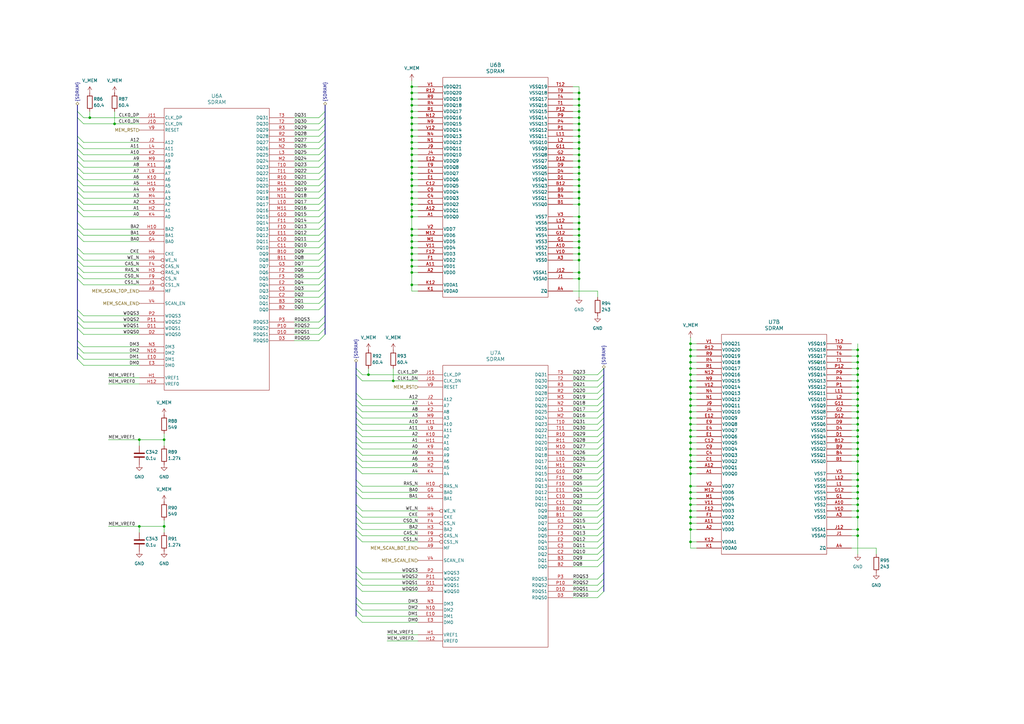
<source format=kicad_sch>
(kicad_sch (version 20250114) (generator "eeschema") (generator_version "9.0")
  (paper "A3")
  (junction (at 283.21 158.75))
  (junction (at 283.21 184.15))
  (junction (at 237.49 60.96))
  (junction (at 351.79 151.13))
  (junction (at 283.21 201.93))
  (junction (at 168.91 55.88))
  (junction (at 168.91 111.76))
  (junction (at 351.79 186.69))
  (junction (at 168.91 73.66))
  (junction (at 168.91 48.26))
  (junction (at 351.79 146.05))
  (junction (at 283.21 181.61))
  (junction (at 351.79 153.67))
  (junction (at 237.49 38.1))
  (junction (at 237.49 78.74))
  (junction (at 168.91 99.06))
  (junction (at 237.49 104.14))
  (junction (at 351.79 207.01))
  (junction (at 168.91 104.14))
  (junction (at 283.21 146.05))
  (junction (at 283.21 186.69))
  (junction (at 67.31 215.9))
  (junction (at 237.49 71.12))
  (junction (at 237.49 83.82))
  (junction (at 237.49 96.52))
  (junction (at 237.49 106.68))
  (junction (at 237.49 101.6))
  (junction (at 283.21 173.99))
  (junction (at 351.79 158.75))
  (junction (at 283.21 217.17))
  (junction (at 351.79 196.85))
  (junction (at 237.49 111.76))
  (junction (at 237.49 58.42))
  (junction (at 237.49 93.98))
  (junction (at 168.91 106.68))
  (junction (at 237.49 99.06))
  (junction (at 283.21 168.91))
  (junction (at 283.21 204.47))
  (junction (at 351.79 199.39))
  (junction (at 283.21 179.07))
  (junction (at 283.21 156.21))
  (junction (at 168.91 53.34))
  (junction (at 351.79 212.09))
  (junction (at 283.21 199.39))
  (junction (at 161.29 156.21))
  (junction (at 237.49 50.8))
  (junction (at 351.79 194.31))
  (junction (at 351.79 189.23))
  (junction (at 237.49 53.34))
  (junction (at 351.79 143.51))
  (junction (at 168.91 71.12))
  (junction (at 237.49 76.2))
  (junction (at 237.49 40.64))
  (junction (at 168.91 45.72))
  (junction (at 283.21 222.25))
  (junction (at 283.21 166.37))
  (junction (at 283.21 143.51))
  (junction (at 237.49 43.18))
  (junction (at 168.91 96.52))
  (junction (at 283.21 171.45))
  (junction (at 351.79 168.91))
  (junction (at 36.83 48.26))
  (junction (at 237.49 66.04))
  (junction (at 283.21 212.09))
  (junction (at 351.79 171.45))
  (junction (at 283.21 148.59))
  (junction (at 168.91 50.8))
  (junction (at 237.49 48.26))
  (junction (at 168.91 86.36))
  (junction (at 168.91 35.56))
  (junction (at 168.91 101.6))
  (junction (at 283.21 191.77))
  (junction (at 351.79 166.37))
  (junction (at 351.79 201.93))
  (junction (at 168.91 76.2))
  (junction (at 351.79 176.53))
  (junction (at 237.49 73.66))
  (junction (at 168.91 68.58))
  (junction (at 237.49 91.44))
  (junction (at 168.91 116.84))
  (junction (at 168.91 83.82))
  (junction (at 151.13 153.67))
  (junction (at 237.49 55.88))
  (junction (at 237.49 63.5))
  (junction (at 283.21 194.31))
  (junction (at 351.79 219.71))
  (junction (at 168.91 66.04))
  (junction (at 283.21 161.29))
  (junction (at 351.79 161.29))
  (junction (at 283.21 209.55))
  (junction (at 168.91 40.64))
  (junction (at 351.79 173.99))
  (junction (at 168.91 43.18))
  (junction (at 46.99 50.8))
  (junction (at 351.79 204.47))
  (junction (at 168.91 109.22))
  (junction (at 283.21 214.63))
  (junction (at 283.21 151.13))
  (junction (at 237.49 81.28))
  (junction (at 237.49 68.58))
  (junction (at 283.21 189.23))
  (junction (at 168.91 60.96))
  (junction (at 351.79 156.21))
  (junction (at 168.91 78.74))
  (junction (at 351.79 179.07))
  (junction (at 168.91 93.98))
  (junction (at 237.49 88.9))
  (junction (at 283.21 140.97))
  (junction (at 168.91 63.5))
  (junction (at 168.91 58.42))
  (junction (at 351.79 163.83))
  (junction (at 351.79 209.55))
  (junction (at 283.21 163.83))
  (junction (at 57.15 180.34))
  (junction (at 67.31 180.34))
  (junction (at 283.21 153.67))
  (junction (at 283.21 207.01))
  (junction (at 168.91 38.1))
  (junction (at 351.79 217.17))
  (junction (at 168.91 81.28))
  (junction (at 57.15 215.9))
  (junction (at 283.21 176.53))
  (junction (at 237.49 114.3))
  (junction (at 351.79 148.59))
  (junction (at 351.79 184.15))
  (junction (at 351.79 181.61))
  (junction (at 168.91 88.9))
  (junction (at 237.49 45.72))
  (bus_entry (at 146.05 176.53) (size 2.54 2.54))
  (bus_entry (at 247.65 191.77) (size -2.54 2.54))
  (bus_entry (at 31.75 83.82) (size 2.54 2.54))
  (bus_entry (at 146.05 250.19) (size 2.54 2.54))
  (bus_entry (at 146.05 217.17) (size 2.54 2.54))
  (bus_entry (at 31.75 76.2) (size 2.54 2.54))
  (bus_entry (at 247.65 151.13) (size -2.54 2.54))
  (bus_entry (at 133.35 76.2) (size -2.54 2.54))
  (bus_entry (at 247.65 153.67) (size -2.54 2.54))
  (bus_entry (at 31.75 63.5) (size 2.54 2.54))
  (bus_entry (at 247.65 186.69) (size -2.54 2.54))
  (bus_entry (at 146.05 214.63) (size 2.54 2.54))
  (bus_entry (at 133.35 124.46) (size -2.54 2.54))
  (bus_entry (at 133.35 119.38) (size -2.54 2.54))
  (bus_entry (at 247.65 189.23) (size -2.54 2.54))
  (bus_entry (at 247.65 173.99) (size -2.54 2.54))
  (bus_entry (at 247.65 242.57) (size -2.54 2.54))
  (bus_entry (at 133.35 48.26) (size -2.54 2.54))
  (bus_entry (at 31.75 58.42) (size 2.54 2.54))
  (bus_entry (at 247.65 166.37) (size -2.54 2.54))
  (bus_entry (at 247.65 207.01) (size -2.54 2.54))
  (bus_entry (at 247.65 204.47) (size -2.54 2.54))
  (bus_entry (at 247.65 179.07) (size -2.54 2.54))
  (bus_entry (at 31.75 101.6) (size 2.54 2.54))
  (bus_entry (at 31.75 93.98) (size 2.54 2.54))
  (bus_entry (at 31.75 144.78) (size 2.54 2.54))
  (bus_entry (at 247.65 194.31) (size -2.54 2.54))
  (bus_entry (at 146.05 252.73) (size 2.54 2.54))
  (bus_entry (at 133.35 114.3) (size -2.54 2.54))
  (bus_entry (at 133.35 134.62) (size -2.54 2.54))
  (bus_entry (at 31.75 68.58) (size 2.54 2.54))
  (bus_entry (at 146.05 207.01) (size 2.54 2.54))
  (bus_entry (at 146.05 153.67) (size 2.54 2.54))
  (bus_entry (at 146.05 196.85) (size 2.54 2.54))
  (bus_entry (at 146.05 219.71) (size 2.54 2.54))
  (bus_entry (at 146.05 186.69) (size 2.54 2.54))
  (bus_entry (at 31.75 96.52) (size 2.54 2.54))
  (bus_entry (at 133.35 109.22) (size -2.54 2.54))
  (bus_entry (at 247.65 199.39) (size -2.54 2.54))
  (bus_entry (at 133.35 71.12) (size -2.54 2.54))
  (bus_entry (at 31.75 134.62) (size 2.54 2.54))
  (bus_entry (at 133.35 99.06) (size -2.54 2.54))
  (bus_entry (at 247.65 161.29) (size -2.54 2.54))
  (bus_entry (at 133.35 137.16) (size -2.54 2.54))
  (bus_entry (at 133.35 73.66) (size -2.54 2.54))
  (bus_entry (at 133.35 96.52) (size -2.54 2.54))
  (bus_entry (at 133.35 50.8) (size -2.54 2.54))
  (bus_entry (at 31.75 73.66) (size 2.54 2.54))
  (bus_entry (at 146.05 209.55) (size 2.54 2.54))
  (bus_entry (at 146.05 173.99) (size 2.54 2.54))
  (bus_entry (at 133.35 116.84) (size -2.54 2.54))
  (bus_entry (at 247.65 217.17) (size -2.54 2.54))
  (bus_entry (at 133.35 78.74) (size -2.54 2.54))
  (bus_entry (at 133.35 101.6) (size -2.54 2.54))
  (bus_entry (at 31.75 114.3) (size 2.54 2.54))
  (bus_entry (at 31.75 45.72) (size 2.54 2.54))
  (bus_entry (at 247.65 176.53) (size -2.54 2.54))
  (bus_entry (at 146.05 237.49) (size 2.54 2.54))
  (bus_entry (at 247.65 219.71) (size -2.54 2.54))
  (bus_entry (at 31.75 71.12) (size 2.54 2.54))
  (bus_entry (at 133.35 86.36) (size -2.54 2.54))
  (bus_entry (at 31.75 55.88) (size 2.54 2.54))
  (bus_entry (at 31.75 106.68) (size 2.54 2.54))
  (bus_entry (at 133.35 53.34) (size -2.54 2.54))
  (bus_entry (at 247.65 214.63) (size -2.54 2.54))
  (bus_entry (at 247.65 158.75) (size -2.54 2.54))
  (bus_entry (at 31.75 81.28) (size 2.54 2.54))
  (bus_entry (at 133.35 88.9) (size -2.54 2.54))
  (bus_entry (at 146.05 232.41) (size 2.54 2.54))
  (bus_entry (at 247.65 234.95) (size -2.54 2.54))
  (bus_entry (at 247.65 196.85) (size -2.54 2.54))
  (bus_entry (at 133.35 132.08) (size -2.54 2.54))
  (bus_entry (at 247.65 224.79) (size -2.54 2.54))
  (bus_entry (at 247.65 229.87) (size -2.54 2.54))
  (bus_entry (at 133.35 45.72) (size -2.54 2.54))
  (bus_entry (at 146.05 161.29) (size 2.54 2.54))
  (bus_entry (at 133.35 60.96) (size -2.54 2.54))
  (bus_entry (at 146.05 171.45) (size 2.54 2.54))
  (bus_entry (at 247.65 227.33) (size -2.54 2.54))
  (bus_entry (at 31.75 132.08) (size 2.54 2.54))
  (bus_entry (at 31.75 142.24) (size 2.54 2.54))
  (bus_entry (at 133.35 93.98) (size -2.54 2.54))
  (bus_entry (at 146.05 247.65) (size 2.54 2.54))
  (bus_entry (at 247.65 212.09) (size -2.54 2.54))
  (bus_entry (at 31.75 86.36) (size 2.54 2.54))
  (bus_entry (at 133.35 81.28) (size -2.54 2.54))
  (bus_entry (at 247.65 171.45) (size -2.54 2.54))
  (bus_entry (at 146.05 240.03) (size 2.54 2.54))
  (bus_entry (at 146.05 189.23) (size 2.54 2.54))
  (bus_entry (at 146.05 212.09) (size 2.54 2.54))
  (bus_entry (at 31.75 104.14) (size 2.54 2.54))
  (bus_entry (at 31.75 78.74) (size 2.54 2.54))
  (bus_entry (at 133.35 104.14) (size -2.54 2.54))
  (bus_entry (at 133.35 129.54) (size -2.54 2.54))
  (bus_entry (at 146.05 168.91) (size 2.54 2.54))
  (bus_entry (at 31.75 147.32) (size 2.54 2.54))
  (bus_entry (at 247.65 209.55) (size -2.54 2.54))
  (bus_entry (at 31.75 66.04) (size 2.54 2.54))
  (bus_entry (at 146.05 179.07) (size 2.54 2.54))
  (bus_entry (at 133.35 111.76) (size -2.54 2.54))
  (bus_entry (at 31.75 111.76) (size 2.54 2.54))
  (bus_entry (at 247.65 163.83) (size -2.54 2.54))
  (bus_entry (at 146.05 181.61) (size 2.54 2.54))
  (bus_entry (at 133.35 66.04) (size -2.54 2.54))
  (bus_entry (at 31.75 139.7) (size 2.54 2.54))
  (bus_entry (at 247.65 156.21) (size -2.54 2.54))
  (bus_entry (at 146.05 163.83) (size 2.54 2.54))
  (bus_entry (at 133.35 83.82) (size -2.54 2.54))
  (bus_entry (at 31.75 109.22) (size 2.54 2.54))
  (bus_entry (at 133.35 68.58) (size -2.54 2.54))
  (bus_entry (at 133.35 55.88) (size -2.54 2.54))
  (bus_entry (at 146.05 201.93) (size 2.54 2.54))
  (bus_entry (at 31.75 129.54) (size 2.54 2.54))
  (bus_entry (at 133.35 121.92) (size -2.54 2.54))
  (bus_entry (at 146.05 245.11) (size 2.54 2.54))
  (bus_entry (at 31.75 91.44) (size 2.54 2.54))
  (bus_entry (at 247.65 181.61) (size -2.54 2.54))
  (bus_entry (at 247.65 237.49) (size -2.54 2.54))
  (bus_entry (at 31.75 127) (size 2.54 2.54))
  (bus_entry (at 247.65 168.91) (size -2.54 2.54))
  (bus_entry (at 146.05 191.77) (size 2.54 2.54))
  (bus_entry (at 133.35 91.44) (size -2.54 2.54))
  (bus_entry (at 247.65 184.15) (size -2.54 2.54))
  (bus_entry (at 247.65 201.93) (size -2.54 2.54))
  (bus_entry (at 146.05 234.95) (size 2.54 2.54))
  (bus_entry (at 146.05 199.39) (size 2.54 2.54))
  (bus_entry (at 146.05 184.15) (size 2.54 2.54))
  (bus_entry (at 146.05 166.37) (size 2.54 2.54))
  (bus_entry (at 247.65 222.25) (size -2.54 2.54))
  (bus_entry (at 146.05 151.13) (size 2.54 2.54))
  (bus_entry (at 247.65 240.03) (size -2.54 2.54))
  (bus_entry (at 133.35 106.68) (size -2.54 2.54))
  (bus_entry (at 31.75 60.96) (size 2.54 2.54))
  (bus_entry (at 31.75 48.26) (size 2.54 2.54))
  (bus_entry (at 133.35 63.5) (size -2.54 2.54))
  (bus_entry (at 133.35 58.42) (size -2.54 2.54))
  (wire (pts (xy 237.49 106.68) (xy 234.95 106.68)))
  (wire (pts (xy 57.15 104.14) (xy 34.29 104.14)))
  (wire (pts (xy 67.31 177.8) (xy 67.31 180.34)))
  (bus (pts (xy 247.65 163.83) (xy 247.65 166.37)))
  (wire (pts (xy 237.49 91.44) (xy 234.95 91.44)))
  (bus (pts (xy 133.35 106.68) (xy 133.35 109.22)))
  (wire (pts (xy 34.29 50.8) (xy 46.99 50.8)))
  (wire (pts (xy 237.49 104.14) (xy 237.49 101.6)))
  (wire (pts (xy 283.21 186.69) (xy 285.75 186.69)))
  (wire (pts (xy 351.79 146.05) (xy 351.79 148.59)))
  (wire (pts (xy 168.91 63.5) (xy 168.91 66.04)))
  (wire (pts (xy 237.49 48.26) (xy 234.95 48.26)))
  (bus (pts (xy 31.75 66.04) (xy 31.75 68.58)))
  (wire (pts (xy 168.91 73.66) (xy 171.45 73.66)))
  (bus (pts (xy 146.05 234.95) (xy 146.05 237.49)))
  (wire (pts (xy 351.79 140.97) (xy 351.79 143.51)))
  (wire (pts (xy 130.81 93.98) (xy 120.65 93.98)))
  (wire (pts (xy 130.81 121.92) (xy 120.65 121.92)))
  (wire (pts (xy 283.21 148.59) (xy 285.75 148.59)))
  (wire (pts (xy 283.21 199.39) (xy 285.75 199.39)))
  (wire (pts (xy 349.25 163.83) (xy 351.79 163.83)))
  (wire (pts (xy 283.21 156.21) (xy 285.75 156.21)))
  (bus (pts (xy 31.75 139.7) (xy 31.75 142.24)))
  (wire (pts (xy 351.79 189.23) (xy 351.79 194.31)))
  (wire (pts (xy 351.79 212.09) (xy 349.25 212.09)))
  (wire (pts (xy 283.21 199.39) (xy 283.21 194.31)))
  (wire (pts (xy 237.49 78.74) (xy 237.49 76.2)))
  (wire (pts (xy 130.81 114.3) (xy 120.65 114.3)))
  (wire (pts (xy 57.15 60.96) (xy 34.29 60.96)))
  (wire (pts (xy 130.81 124.46) (xy 120.65 124.46)))
  (wire (pts (xy 351.79 181.61) (xy 349.25 181.61)))
  (wire (pts (xy 237.49 53.34) (xy 237.49 55.88)))
  (wire (pts (xy 130.81 99.06) (xy 120.65 99.06)))
  (bus (pts (xy 133.35 58.42) (xy 133.35 60.96)))
  (wire (pts (xy 168.91 104.14) (xy 168.91 101.6)))
  (wire (pts (xy 36.83 45.72) (xy 36.83 48.26)))
  (wire (pts (xy 351.79 201.93) (xy 351.79 199.39)))
  (wire (pts (xy 168.91 71.12) (xy 171.45 71.12)))
  (wire (pts (xy 57.15 73.66) (xy 34.29 73.66)))
  (wire (pts (xy 237.49 101.6) (xy 234.95 101.6)))
  (wire (pts (xy 237.49 38.1) (xy 234.95 38.1)))
  (wire (pts (xy 237.49 43.18) (xy 237.49 45.72)))
  (wire (pts (xy 171.45 201.93) (xy 148.59 201.93)))
  (bus (pts (xy 133.35 50.8) (xy 133.35 53.34)))
  (wire (pts (xy 237.49 106.68) (xy 237.49 111.76)))
  (wire (pts (xy 283.21 173.99) (xy 283.21 176.53)))
  (wire (pts (xy 171.45 194.31) (xy 148.59 194.31)))
  (wire (pts (xy 245.11 224.79) (xy 234.95 224.79)))
  (wire (pts (xy 168.91 109.22) (xy 171.45 109.22)))
  (wire (pts (xy 168.91 101.6) (xy 171.45 101.6)))
  (wire (pts (xy 245.11 189.23) (xy 234.95 189.23)))
  (wire (pts (xy 168.91 43.18) (xy 171.45 43.18)))
  (bus (pts (xy 146.05 217.17) (xy 146.05 219.71)))
  (wire (pts (xy 237.49 63.5) (xy 234.95 63.5)))
  (wire (pts (xy 57.15 78.74) (xy 34.29 78.74)))
  (bus (pts (xy 146.05 245.11) (xy 146.05 247.65)))
  (wire (pts (xy 245.11 222.25) (xy 234.95 222.25)))
  (wire (pts (xy 130.81 106.68) (xy 120.65 106.68)))
  (wire (pts (xy 283.21 176.53) (xy 283.21 179.07)))
  (wire (pts (xy 283.21 166.37) (xy 285.75 166.37)))
  (wire (pts (xy 351.79 199.39) (xy 349.25 199.39)))
  (wire (pts (xy 351.79 161.29) (xy 349.25 161.29)))
  (wire (pts (xy 168.91 60.96) (xy 171.45 60.96)))
  (bus (pts (xy 146.05 189.23) (xy 146.05 191.77)))
  (wire (pts (xy 351.79 156.21) (xy 351.79 158.75)))
  (wire (pts (xy 283.21 138.43) (xy 283.21 140.97)))
  (wire (pts (xy 283.21 171.45) (xy 283.21 173.99)))
  (wire (pts (xy 130.81 71.12) (xy 120.65 71.12)))
  (wire (pts (xy 57.15 93.98) (xy 34.29 93.98)))
  (bus (pts (xy 133.35 132.08) (xy 133.35 134.62)))
  (wire (pts (xy 245.11 196.85) (xy 234.95 196.85)))
  (wire (pts (xy 234.95 119.38) (xy 245.11 119.38)))
  (wire (pts (xy 351.79 173.99) (xy 349.25 173.99)))
  (wire (pts (xy 351.79 176.53) (xy 351.79 173.99)))
  (wire (pts (xy 171.45 191.77) (xy 148.59 191.77)))
  (bus (pts (xy 31.75 101.6) (xy 31.75 104.14)))
  (wire (pts (xy 351.79 179.07) (xy 351.79 176.53)))
  (wire (pts (xy 234.95 60.96) (xy 237.49 60.96)))
  (bus (pts (xy 133.35 71.12) (xy 133.35 73.66)))
  (wire (pts (xy 351.79 171.45) (xy 349.25 171.45)))
  (wire (pts (xy 351.79 196.85) (xy 349.25 196.85)))
  (bus (pts (xy 247.65 158.75) (xy 247.65 161.29)))
  (wire (pts (xy 351.79 151.13) (xy 349.25 151.13)))
  (wire (pts (xy 245.11 229.87) (xy 234.95 229.87)))
  (wire (pts (xy 168.91 58.42) (xy 171.45 58.42)))
  (wire (pts (xy 171.45 166.37) (xy 148.59 166.37)))
  (wire (pts (xy 57.15 109.22) (xy 34.29 109.22)))
  (bus (pts (xy 133.35 45.72) (xy 133.35 48.26)))
  (wire (pts (xy 57.15 76.2) (xy 34.29 76.2)))
  (wire (pts (xy 283.21 163.83) (xy 285.75 163.83)))
  (wire (pts (xy 168.91 58.42) (xy 168.91 60.96)))
  (wire (pts (xy 283.21 209.55) (xy 285.75 209.55)))
  (wire (pts (xy 57.15 147.32) (xy 34.29 147.32)))
  (bus (pts (xy 31.75 71.12) (xy 31.75 73.66)))
  (wire (pts (xy 130.81 55.88) (xy 120.65 55.88)))
  (bus (pts (xy 133.35 109.22) (xy 133.35 111.76)))
  (bus (pts (xy 133.35 53.34) (xy 133.35 55.88)))
  (bus (pts (xy 247.65 227.33) (xy 247.65 229.87)))
  (bus (pts (xy 247.65 214.63) (xy 247.65 217.17)))
  (wire (pts (xy 168.91 78.74) (xy 171.45 78.74)))
  (wire (pts (xy 283.21 209.55) (xy 283.21 207.01)))
  (wire (pts (xy 130.81 116.84) (xy 120.65 116.84)))
  (wire (pts (xy 171.45 163.83) (xy 148.59 163.83)))
  (bus (pts (xy 133.35 88.9) (xy 133.35 91.44)))
  (wire (pts (xy 237.49 81.28) (xy 237.49 78.74)))
  (wire (pts (xy 57.15 132.08) (xy 34.29 132.08)))
  (wire (pts (xy 46.99 50.8) (xy 57.15 50.8)))
  (wire (pts (xy 237.49 71.12) (xy 237.49 68.58)))
  (wire (pts (xy 283.21 214.63) (xy 283.21 212.09)))
  (wire (pts (xy 161.29 156.21) (xy 171.45 156.21)))
  (wire (pts (xy 158.75 260.35) (xy 171.45 260.35)))
  (wire (pts (xy 245.11 209.55) (xy 234.95 209.55)))
  (wire (pts (xy 168.91 66.04) (xy 171.45 66.04)))
  (wire (pts (xy 44.45 157.48) (xy 57.15 157.48)))
  (bus (pts (xy 247.65 176.53) (xy 247.65 179.07)))
  (wire (pts (xy 283.21 207.01) (xy 283.21 204.47)))
  (wire (pts (xy 57.15 83.82) (xy 34.29 83.82)))
  (bus (pts (xy 146.05 250.19) (xy 146.05 252.73)))
  (wire (pts (xy 237.49 99.06) (xy 237.49 96.52)))
  (wire (pts (xy 245.11 184.15) (xy 234.95 184.15)))
  (bus (pts (xy 247.65 179.07) (xy 247.65 181.61)))
  (bus (pts (xy 247.65 171.45) (xy 247.65 173.99)))
  (bus (pts (xy 133.35 134.62) (xy 133.35 137.16)))
  (wire (pts (xy 130.81 119.38) (xy 120.65 119.38)))
  (wire (pts (xy 351.79 176.53) (xy 349.25 176.53)))
  (wire (pts (xy 57.15 134.62) (xy 34.29 134.62)))
  (bus (pts (xy 247.65 156.21) (xy 247.65 158.75)))
  (bus (pts (xy 146.05 219.71) (xy 146.05 232.41)))
  (wire (pts (xy 57.15 58.42) (xy 34.29 58.42)))
  (wire (pts (xy 237.49 114.3) (xy 234.95 114.3)))
  (wire (pts (xy 283.21 158.75) (xy 285.75 158.75)))
  (bus (pts (xy 133.35 93.98) (xy 133.35 96.52)))
  (wire (pts (xy 245.11 161.29) (xy 234.95 161.29)))
  (wire (pts (xy 57.15 149.86) (xy 34.29 149.86)))
  (wire (pts (xy 351.79 146.05) (xy 349.25 146.05)))
  (wire (pts (xy 351.79 153.67) (xy 349.25 153.67)))
  (wire (pts (xy 148.59 156.21) (xy 161.29 156.21)))
  (bus (pts (xy 247.65 173.99) (xy 247.65 176.53)))
  (wire (pts (xy 351.79 186.69) (xy 349.25 186.69)))
  (bus (pts (xy 247.65 181.61) (xy 247.65 184.15)))
  (wire (pts (xy 171.45 212.09) (xy 148.59 212.09)))
  (wire (pts (xy 283.21 173.99) (xy 285.75 173.99)))
  (bus (pts (xy 247.65 194.31) (xy 247.65 196.85)))
  (wire (pts (xy 245.11 240.03) (xy 234.95 240.03)))
  (wire (pts (xy 283.21 158.75) (xy 283.21 161.29)))
  (wire (pts (xy 168.91 73.66) (xy 168.91 76.2)))
  (wire (pts (xy 168.91 106.68) (xy 168.91 104.14)))
  (wire (pts (xy 237.49 104.14) (xy 234.95 104.14)))
  (wire (pts (xy 237.49 45.72) (xy 237.49 48.26)))
  (bus (pts (xy 247.65 229.87) (xy 247.65 234.95)))
  (wire (pts (xy 351.79 171.45) (xy 351.79 168.91)))
  (bus (pts (xy 247.65 186.69) (xy 247.65 189.23)))
  (wire (pts (xy 171.45 247.65) (xy 148.59 247.65)))
  (wire (pts (xy 245.11 242.57) (xy 234.95 242.57)))
  (wire (pts (xy 283.21 179.07) (xy 283.21 181.61)))
  (bus (pts (xy 247.65 199.39) (xy 247.65 201.93)))
  (wire (pts (xy 151.13 151.13) (xy 151.13 153.67)))
  (wire (pts (xy 171.45 234.95) (xy 148.59 234.95)))
  (wire (pts (xy 237.49 114.3) (xy 237.49 111.76)))
  (wire (pts (xy 245.11 199.39) (xy 234.95 199.39)))
  (bus (pts (xy 146.05 214.63) (xy 146.05 217.17)))
  (wire (pts (xy 171.45 184.15) (xy 148.59 184.15)))
  (wire (pts (xy 130.81 91.44) (xy 120.65 91.44)))
  (wire (pts (xy 245.11 217.17) (xy 234.95 217.17)))
  (wire (pts (xy 351.79 196.85) (xy 351.79 194.31)))
  (wire (pts (xy 237.49 88.9) (xy 234.95 88.9)))
  (wire (pts (xy 237.49 78.74) (xy 234.95 78.74)))
  (wire (pts (xy 283.21 146.05) (xy 285.75 146.05)))
  (wire (pts (xy 237.49 66.04) (xy 237.49 63.5)))
  (wire (pts (xy 351.79 148.59) (xy 351.79 151.13)))
  (wire (pts (xy 171.45 186.69) (xy 148.59 186.69)))
  (wire (pts (xy 130.81 86.36) (xy 120.65 86.36)))
  (wire (pts (xy 130.81 60.96) (xy 120.65 60.96)))
  (wire (pts (xy 57.15 88.9) (xy 34.29 88.9)))
  (wire (pts (xy 57.15 48.26) (xy 36.83 48.26)))
  (wire (pts (xy 237.49 114.3) (xy 237.49 121.92)))
  (bus (pts (xy 31.75 55.88) (xy 31.75 58.42)))
  (wire (pts (xy 283.21 163.83) (xy 283.21 166.37)))
  (wire (pts (xy 245.11 168.91) (xy 234.95 168.91)))
  (wire (pts (xy 237.49 48.26) (xy 237.49 50.8)))
  (wire (pts (xy 168.91 99.06) (xy 171.45 99.06)))
  (wire (pts (xy 237.49 96.52) (xy 237.49 93.98)))
  (wire (pts (xy 168.91 35.56) (xy 171.45 35.56)))
  (wire (pts (xy 171.45 173.99) (xy 148.59 173.99)))
  (wire (pts (xy 171.45 219.71) (xy 148.59 219.71)))
  (bus (pts (xy 133.35 124.46) (xy 133.35 129.54)))
  (wire (pts (xy 57.15 106.68) (xy 34.29 106.68)))
  (wire (pts (xy 130.81 109.22) (xy 120.65 109.22)))
  (wire (pts (xy 351.79 184.15) (xy 351.79 181.61)))
  (bus (pts (xy 31.75 129.54) (xy 31.75 132.08)))
  (wire (pts (xy 130.81 96.52) (xy 120.65 96.52)))
  (bus (pts (xy 133.35 129.54) (xy 133.35 132.08)))
  (wire (pts (xy 351.79 156.21) (xy 349.25 156.21)))
  (bus (pts (xy 146.05 207.01) (xy 146.05 209.55)))
  (wire (pts (xy 283.21 140.97) (xy 283.21 143.51)))
  (wire (pts (xy 130.81 104.14) (xy 120.65 104.14)))
  (bus (pts (xy 247.65 219.71) (xy 247.65 222.25)))
  (bus (pts (xy 146.05 191.77) (xy 146.05 196.85)))
  (wire (pts (xy 168.91 76.2) (xy 171.45 76.2)))
  (wire (pts (xy 67.31 180.34) (xy 57.15 180.34)))
  (wire (pts (xy 57.15 111.76) (xy 34.29 111.76)))
  (wire (pts (xy 168.91 119.38) (xy 168.91 116.84)))
  (wire (pts (xy 237.49 50.8) (xy 237.49 53.34)))
  (wire (pts (xy 168.91 109.22) (xy 168.91 106.68)))
  (wire (pts (xy 44.45 215.9) (xy 57.15 215.9)))
  (bus (pts (xy 31.75 78.74) (xy 31.75 81.28)))
  (bus (pts (xy 146.05 166.37) (xy 146.05 168.91)))
  (wire (pts (xy 359.41 224.79) (xy 359.41 227.33)))
  (bus (pts (xy 247.65 151.13) (xy 247.65 153.67)))
  (wire (pts (xy 168.91 55.88) (xy 171.45 55.88)))
  (wire (pts (xy 168.91 50.8) (xy 168.91 53.34)))
  (bus (pts (xy 133.35 68.58) (xy 133.35 71.12)))
  (wire (pts (xy 168.91 63.5) (xy 171.45 63.5)))
  (bus (pts (xy 146.05 171.45) (xy 146.05 173.99)))
  (wire (pts (xy 283.21 168.91) (xy 283.21 171.45)))
  (bus (pts (xy 146.05 240.03) (xy 146.05 245.11)))
  (wire (pts (xy 237.49 93.98) (xy 237.49 91.44)))
  (wire (pts (xy 237.49 68.58) (xy 237.49 66.04)))
  (bus (pts (xy 31.75 73.66) (xy 31.75 76.2)))
  (wire (pts (xy 168.91 53.34) (xy 171.45 53.34)))
  (wire (pts (xy 283.21 217.17) (xy 283.21 214.63)))
  (wire (pts (xy 57.15 68.58) (xy 34.29 68.58)))
  (wire (pts (xy 130.81 63.5) (xy 120.65 63.5)))
  (wire (pts (xy 245.11 181.61) (xy 234.95 181.61)))
  (wire (pts (xy 285.75 194.31) (xy 283.21 194.31)))
  (wire (pts (xy 237.49 40.64) (xy 237.49 43.18)))
  (wire (pts (xy 351.79 168.91) (xy 349.25 168.91)))
  (wire (pts (xy 283.21 201.93) (xy 283.21 199.39)))
  (wire (pts (xy 351.79 207.01) (xy 349.25 207.01)))
  (bus (pts (xy 146.05 237.49) (xy 146.05 240.03)))
  (bus (pts (xy 133.35 91.44) (xy 133.35 93.98)))
  (wire (pts (xy 237.49 71.12) (xy 234.95 71.12)))
  (wire (pts (xy 351.79 143.51) (xy 351.79 146.05)))
  (bus (pts (xy 31.75 91.44) (xy 31.75 93.98)))
  (wire (pts (xy 237.49 83.82) (xy 237.49 81.28)))
  (bus (pts (xy 133.35 63.5) (xy 133.35 66.04)))
  (wire (pts (xy 351.79 204.47) (xy 349.25 204.47)))
  (bus (pts (xy 133.35 66.04) (xy 133.35 68.58)))
  (wire (pts (xy 130.81 139.7) (xy 120.65 139.7)))
  (wire (pts (xy 168.91 33.02) (xy 168.91 35.56)))
  (wire (pts (xy 283.21 222.25) (xy 283.21 217.17)))
  (wire (pts (xy 168.91 86.36) (xy 168.91 88.9)))
  (wire (pts (xy 245.11 219.71) (xy 234.95 219.71)))
  (bus (pts (xy 133.35 60.96) (xy 133.35 63.5)))
  (bus (pts (xy 31.75 86.36) (xy 31.75 91.44)))
  (wire (pts (xy 351.79 184.15) (xy 349.25 184.15)))
  (wire (pts (xy 44.45 154.94) (xy 57.15 154.94)))
  (wire (pts (xy 336.55 148.59) (xy 334.01 148.59)))
  (bus (pts (xy 31.75 127) (xy 31.75 129.54)))
  (wire (pts (xy 57.15 66.04) (xy 34.29 66.04)))
  (wire (pts (xy 351.79 153.67) (xy 351.79 156.21)))
  (bus (pts (xy 146.05 201.93) (xy 146.05 207.01)))
  (wire (pts (xy 130.81 132.08) (xy 120.65 132.08)))
  (bus (pts (xy 146.05 181.61) (xy 146.05 184.15)))
  (wire (pts (xy 283.21 186.69) (xy 283.21 189.23)))
  (wire (pts (xy 130.81 134.62) (xy 120.65 134.62)))
  (wire (pts (xy 351.79 219.71) (xy 349.25 219.71)))
  (wire (pts (xy 283.21 143.51) (xy 283.21 146.05)))
  (wire (pts (xy 237.49 43.18) (xy 234.95 43.18)))
  (wire (pts (xy 171.45 181.61) (xy 148.59 181.61)))
  (bus (pts (xy 146.05 148.59) (xy 146.05 151.13)))
  (wire (pts (xy 46.99 45.72) (xy 46.99 50.8)))
  (wire (pts (xy 245.11 214.63) (xy 234.95 214.63)))
  (wire (pts (xy 283.21 214.63) (xy 285.75 214.63)))
  (wire (pts (xy 283.21 184.15) (xy 283.21 186.69)))
  (wire (pts (xy 57.15 114.3) (xy 34.29 114.3)))
  (wire (pts (xy 351.79 173.99) (xy 351.79 171.45)))
  (wire (pts (xy 283.21 181.61) (xy 285.75 181.61)))
  (wire (pts (xy 245.11 156.21) (xy 234.95 156.21)))
  (bus (pts (xy 31.75 48.26) (xy 31.75 55.88)))
  (wire (pts (xy 67.31 218.44) (xy 67.31 215.9)))
  (wire (pts (xy 67.31 213.36) (xy 67.31 215.9)))
  (wire (pts (xy 171.45 171.45) (xy 148.59 171.45)))
  (bus (pts (xy 133.35 121.92) (xy 133.35 124.46)))
  (wire (pts (xy 237.49 73.66) (xy 237.49 71.12)))
  (wire (pts (xy 57.15 81.28) (xy 34.29 81.28)))
  (bus (pts (xy 247.65 237.49) (xy 247.65 240.03)))
  (bus (pts (xy 133.35 96.52) (xy 133.35 99.06)))
  (bus (pts (xy 146.05 232.41) (xy 146.05 234.95)))
  (wire (pts (xy 245.11 204.47) (xy 234.95 204.47)))
  (wire (pts (xy 168.91 45.72) (xy 168.91 48.26)))
  (wire (pts (xy 171.45 88.9) (xy 168.91 88.9)))
  (wire (pts (xy 171.45 179.07) (xy 148.59 179.07)))
  (bus (pts (xy 247.65 207.01) (xy 247.65 209.55)))
  (wire (pts (xy 168.91 50.8) (xy 171.45 50.8)))
  (wire (pts (xy 351.79 219.71) (xy 351.79 227.33)))
  (bus (pts (xy 146.05 209.55) (xy 146.05 212.09)))
  (bus (pts (xy 247.65 224.79) (xy 247.65 227.33)))
  (wire (pts (xy 57.15 116.84) (xy 34.29 116.84)))
  (wire (pts (xy 283.21 166.37) (xy 283.21 168.91)))
  (wire (pts (xy 171.45 217.17) (xy 148.59 217.17)))
  (bus (pts (xy 133.35 83.82) (xy 133.35 86.36)))
  (bus (pts (xy 146.05 173.99) (xy 146.05 176.53)))
  (wire (pts (xy 283.21 217.17) (xy 285.75 217.17)))
  (wire (pts (xy 168.91 40.64) (xy 168.91 43.18)))
  (wire (pts (xy 351.79 204.47) (xy 351.79 201.93)))
  (wire (pts (xy 351.79 199.39) (xy 351.79 196.85)))
  (bus (pts (xy 146.05 163.83) (xy 146.05 166.37)))
  (wire (pts (xy 283.21 176.53) (xy 285.75 176.53)))
  (wire (pts (xy 168.91 81.28) (xy 171.45 81.28)))
  (wire (pts (xy 283.21 156.21) (xy 283.21 158.75)))
  (wire (pts (xy 130.81 81.28) (xy 120.65 81.28)))
  (wire (pts (xy 245.11 166.37) (xy 234.95 166.37)))
  (bus (pts (xy 146.05 153.67) (xy 146.05 151.13)))
  (wire (pts (xy 245.11 207.01) (xy 234.95 207.01)))
  (bus (pts (xy 247.65 153.67) (xy 247.65 156.21)))
  (bus (pts (xy 247.65 204.47) (xy 247.65 207.01)))
  (wire (pts (xy 57.15 215.9) (xy 57.15 218.44)))
  (wire (pts (xy 283.21 140.97) (xy 285.75 140.97)))
  (wire (pts (xy 237.49 83.82) (xy 237.49 88.9)))
  (bus (pts (xy 247.65 222.25) (xy 247.65 224.79)))
  (wire (pts (xy 130.81 127) (xy 120.65 127)))
  (wire (pts (xy 237.49 53.34) (xy 234.95 53.34)))
  (bus (pts (xy 31.75 58.42) (xy 31.75 60.96)))
  (bus (pts (xy 133.35 76.2) (xy 133.35 78.74)))
  (wire (pts (xy 245.11 232.41) (xy 234.95 232.41)))
  (wire (pts (xy 283.21 168.91) (xy 285.75 168.91)))
  (wire (pts (xy 237.49 66.04) (xy 234.95 66.04)))
  (wire (pts (xy 168.91 53.34) (xy 168.91 55.88)))
  (wire (pts (xy 171.45 176.53) (xy 148.59 176.53)))
  (wire (pts (xy 245.11 212.09) (xy 234.95 212.09)))
  (bus (pts (xy 146.05 247.65) (xy 146.05 250.19)))
  (bus (pts (xy 146.05 199.39) (xy 146.05 201.93)))
  (bus (pts (xy 146.05 153.67) (xy 146.05 161.29)))
  (bus (pts (xy 133.35 78.74) (xy 133.35 81.28)))
  (wire (pts (xy 67.31 182.88) (xy 67.31 180.34)))
  (bus (pts (xy 247.65 212.09) (xy 247.65 214.63)))
  (wire (pts (xy 237.49 99.06) (xy 234.95 99.06)))
  (bus (pts (xy 31.75 134.62) (xy 31.75 139.7)))
  (wire (pts (xy 351.79 168.91) (xy 351.79 166.37)))
  (bus (pts (xy 133.35 73.66) (xy 133.35 76.2)))
  (wire (pts (xy 351.79 209.55) (xy 349.25 209.55)))
  (bus (pts (xy 31.75 43.18) (xy 31.75 45.72)))
  (wire (pts (xy 237.49 73.66) (xy 234.95 73.66)))
  (bus (pts (xy 31.75 76.2) (xy 31.75 78.74)))
  (wire (pts (xy 168.91 96.52) (xy 168.91 93.98)))
  (wire (pts (xy 171.45 255.27) (xy 148.59 255.27)))
  (wire (pts (xy 168.91 111.76) (xy 171.45 111.76)))
  (wire (pts (xy 168.91 111.76) (xy 168.91 109.22)))
  (wire (pts (xy 237.49 58.42) (xy 237.49 60.96)))
  (bus (pts (xy 31.75 83.82) (xy 31.75 86.36)))
  (wire (pts (xy 283.21 207.01) (xy 285.75 207.01)))
  (wire (pts (xy 237.49 50.8) (xy 234.95 50.8)))
  (bus (pts (xy 146.05 161.29) (xy 146.05 163.83)))
  (wire (pts (xy 130.81 137.16) (xy 120.65 137.16)))
  (wire (pts (xy 237.49 91.44) (xy 237.49 88.9)))
  (bus (pts (xy 31.75 48.26) (xy 31.75 45.72)))
  (wire (pts (xy 351.79 186.69) (xy 351.79 184.15)))
  (wire (pts (xy 349.25 224.79) (xy 359.41 224.79)))
  (wire (pts (xy 168.91 83.82) (xy 171.45 83.82)))
  (wire (pts (xy 168.91 101.6) (xy 168.91 99.06)))
  (wire (pts (xy 351.79 217.17) (xy 349.25 217.17)))
  (wire (pts (xy 283.21 212.09) (xy 283.21 209.55)))
  (bus (pts (xy 146.05 196.85) (xy 146.05 199.39)))
  (bus (pts (xy 247.65 189.23) (xy 247.65 191.77)))
  (wire (pts (xy 351.79 194.31) (xy 349.25 194.31)))
  (wire (pts (xy 36.83 48.26) (xy 34.29 48.26)))
  (wire (pts (xy 285.75 224.79) (xy 283.21 224.79)))
  (wire (pts (xy 283.21 161.29) (xy 285.75 161.29)))
  (wire (pts (xy 351.79 201.93) (xy 349.25 201.93)))
  (bus (pts (xy 146.05 168.91) (xy 146.05 171.45)))
  (wire (pts (xy 168.91 104.14) (xy 171.45 104.14)))
  (wire (pts (xy 171.45 189.23) (xy 148.59 189.23)))
  (wire (pts (xy 130.81 48.26) (xy 120.65 48.26)))
  (wire (pts (xy 245.11 201.93) (xy 234.95 201.93)))
  (wire (pts (xy 130.81 101.6) (xy 120.65 101.6)))
  (bus (pts (xy 31.75 114.3) (xy 31.75 127)))
  (bus (pts (xy 247.65 166.37) (xy 247.65 168.91)))
  (bus (pts (xy 133.35 114.3) (xy 133.35 116.84)))
  (wire (pts (xy 130.81 83.82) (xy 120.65 83.82)))
  (wire (pts (xy 130.81 73.66) (xy 120.65 73.66)))
  (wire (pts (xy 283.21 179.07) (xy 285.75 179.07)))
  (wire (pts (xy 168.91 81.28) (xy 168.91 83.82)))
  (wire (pts (xy 283.21 181.61) (xy 283.21 184.15)))
  (wire (pts (xy 237.49 106.68) (xy 237.49 104.14)))
  (wire (pts (xy 351.79 163.83) (xy 351.79 166.37)))
  (wire (pts (xy 168.91 43.18) (xy 168.91 45.72)))
  (bus (pts (xy 31.75 132.08) (xy 31.75 134.62)))
  (bus (pts (xy 133.35 55.88) (xy 133.35 58.42)))
  (bus (pts (xy 133.35 111.76) (xy 133.35 114.3)))
  (wire (pts (xy 237.49 63.5) (xy 237.49 60.96)))
  (wire (pts (xy 237.49 96.52) (xy 234.95 96.52)))
  (wire (pts (xy 283.21 171.45) (xy 285.75 171.45)))
  (wire (pts (xy 57.15 180.34) (xy 57.15 182.88)))
  (wire (pts (xy 351.79 209.55) (xy 351.79 207.01)))
  (wire (pts (xy 237.49 40.64) (xy 234.95 40.64)))
  (wire (pts (xy 168.91 66.04) (xy 168.91 68.58)))
  (bus (pts (xy 31.75 63.5) (xy 31.75 66.04)))
  (wire (pts (xy 57.15 99.06) (xy 34.29 99.06)))
  (bus (pts (xy 133.35 99.06) (xy 133.35 101.6)))
  (bus (pts (xy 31.75 68.58) (xy 31.75 71.12)))
  (wire (pts (xy 237.49 45.72) (xy 234.95 45.72)))
  (wire (pts (xy 168.91 55.88) (xy 168.91 58.42)))
  (wire (pts (xy 283.21 189.23) (xy 285.75 189.23)))
  (wire (pts (xy 283.21 151.13) (xy 285.75 151.13)))
  (bus (pts (xy 247.65 209.55) (xy 247.65 212.09)))
  (wire (pts (xy 171.45 222.25) (xy 148.59 222.25)))
  (wire (pts (xy 351.79 181.61) (xy 351.79 179.07)))
  (bus (pts (xy 146.05 186.69) (xy 146.05 189.23)))
  (wire (pts (xy 57.15 71.12) (xy 34.29 71.12)))
  (wire (pts (xy 283.21 224.79) (xy 283.21 222.25)))
  (bus (pts (xy 133.35 104.14) (xy 133.35 106.68)))
  (wire (pts (xy 168.91 48.26) (xy 168.91 50.8)))
  (bus (pts (xy 247.65 201.93) (xy 247.65 204.47)))
  (wire (pts (xy 171.45 240.03) (xy 148.59 240.03)))
  (bus (pts (xy 133.35 43.18) (xy 133.35 45.72)))
  (bus (pts (xy 31.75 104.14) (xy 31.75 106.68)))
  (wire (pts (xy 171.45 153.67) (xy 151.13 153.67)))
  (wire (pts (xy 171.45 250.19) (xy 148.59 250.19)))
  (wire (pts (xy 57.15 63.5) (xy 34.29 63.5)))
  (wire (pts (xy 349.25 166.37) (xy 351.79 166.37)))
  (wire (pts (xy 245.11 173.99) (xy 234.95 173.99)))
  (wire (pts (xy 168.91 78.74) (xy 168.91 81.28)))
  (wire (pts (xy 283.21 204.47) (xy 285.75 204.47)))
  (wire (pts (xy 171.45 237.49) (xy 148.59 237.49)))
  (wire (pts (xy 57.15 86.36) (xy 34.29 86.36)))
  (bus (pts (xy 247.65 217.17) (xy 247.65 219.71)))
  (wire (pts (xy 168.91 83.82) (xy 168.91 86.36)))
  (bus (pts (xy 146.05 184.15) (xy 146.05 186.69)))
  (wire (pts (xy 351.79 189.23) (xy 351.79 186.69)))
  (wire (pts (xy 283.21 191.77) (xy 285.75 191.77)))
  (wire (pts (xy 283.21 151.13) (xy 283.21 153.67)))
  (wire (pts (xy 283.21 204.47) (xy 283.21 201.93)))
  (wire (pts (xy 245.11 179.07) (xy 234.95 179.07)))
  (wire (pts (xy 283.21 153.67) (xy 283.21 156.21)))
  (wire (pts (xy 168.91 35.56) (xy 168.91 38.1)))
  (bus (pts (xy 247.65 168.91) (xy 247.65 171.45)))
  (wire (pts (xy 351.79 148.59) (xy 349.25 148.59)))
  (wire (pts (xy 245.11 153.67) (xy 234.95 153.67)))
  (wire (pts (xy 237.49 81.28) (xy 234.95 81.28)))
  (wire (pts (xy 168.91 93.98) (xy 168.91 88.9)))
  (wire (pts (xy 351.79 189.23) (xy 349.25 189.23)))
  (bus (pts (xy 247.65 240.03) (xy 247.65 242.57)))
  (bus (pts (xy 31.75 106.68) (xy 31.75 109.22)))
  (wire (pts (xy 161.29 151.13) (xy 161.29 156.21)))
  (wire (pts (xy 57.15 96.52) (xy 34.29 96.52)))
  (wire (pts (xy 237.49 55.88) (xy 234.95 55.88)))
  (wire (pts (xy 171.45 214.63) (xy 148.59 214.63)))
  (bus (pts (xy 133.35 119.38) (xy 133.35 121.92)))
  (wire (pts (xy 283.21 146.05) (xy 283.21 148.59)))
  (wire (pts (xy 237.49 35.56) (xy 237.49 38.1)))
  (bus (pts (xy 31.75 109.22) (xy 31.75 111.76)))
  (wire (pts (xy 57.15 144.78) (xy 34.29 144.78)))
  (wire (pts (xy 168.91 116.84) (xy 171.45 116.84)))
  (wire (pts (xy 283.21 201.93) (xy 285.75 201.93)))
  (wire (pts (xy 130.81 78.74) (xy 120.65 78.74)))
  (bus (pts (xy 146.05 176.53) (xy 146.05 179.07)))
  (wire (pts (xy 351.79 219.71) (xy 351.79 217.17)))
  (wire (pts (xy 351.79 212.09) (xy 351.79 217.17)))
  (wire (pts (xy 245.11 237.49) (xy 234.95 237.49)))
  (wire (pts (xy 130.81 68.58) (xy 120.65 68.58)))
  (bus (pts (xy 133.35 101.6) (xy 133.35 104.14)))
  (bus (pts (xy 31.75 60.96) (xy 31.75 63.5)))
  (wire (pts (xy 171.45 199.39) (xy 148.59 199.39)))
  (wire (pts (xy 237.49 76.2) (xy 234.95 76.2)))
  (wire (pts (xy 245.11 227.33) (xy 234.95 227.33)))
  (wire (pts (xy 245.11 171.45) (xy 234.95 171.45)))
  (wire (pts (xy 168.91 38.1) (xy 171.45 38.1)))
  (wire (pts (xy 171.45 119.38) (xy 168.91 119.38)))
  (wire (pts (xy 351.79 179.07) (xy 349.25 179.07)))
  (bus (pts (xy 31.75 144.78) (xy 31.75 147.32)))
  (wire (pts (xy 245.11 163.83) (xy 234.95 163.83)))
  (wire (pts (xy 130.81 111.76) (xy 120.65 111.76)))
  (wire (pts (xy 168.91 45.72) (xy 171.45 45.72)))
  (wire (pts (xy 283.21 148.59) (xy 283.21 151.13)))
  (bus (pts (xy 146.05 179.07) (xy 146.05 181.61)))
  (bus (pts (xy 133.35 48.26) (xy 133.35 50.8)))
  (wire (pts (xy 130.81 76.2) (xy 120.65 76.2)))
  (wire (pts (xy 130.81 53.34) (xy 120.65 53.34)))
  (wire (pts (xy 171.45 204.47) (xy 148.59 204.47)))
  (wire (pts (xy 57.15 129.54) (xy 34.29 129.54)))
  (wire (pts (xy 245.11 119.38) (xy 245.11 121.92)))
  (wire (pts (xy 168.91 48.26) (xy 171.45 48.26)))
  (wire (pts (xy 245.11 191.77) (xy 234.95 191.77)))
  (wire (pts (xy 234.95 58.42) (xy 237.49 58.42)))
  (wire (pts (xy 351.79 158.75) (xy 351.79 161.29)))
  (wire (pts (xy 245.11 245.11) (xy 234.95 245.11)))
  (wire (pts (xy 168.91 116.84) (xy 168.91 111.76)))
  (wire (pts (xy 168.91 60.96) (xy 168.91 63.5)))
  (wire (pts (xy 57.15 137.16) (xy 34.29 137.16)))
  (wire (pts (xy 237.49 55.88) (xy 237.49 58.42)))
  (wire (pts (xy 67.31 215.9) (xy 57.15 215.9)))
  (wire (pts (xy 168.91 99.06) (xy 168.91 96.52)))
  (bus (pts (xy 247.65 191.77) (xy 247.65 194.31)))
  (bus (pts (xy 247.65 184.15) (xy 247.65 186.69)))
  (bus (pts (xy 31.75 96.52) (xy 31.75 101.6)))
  (wire (pts (xy 237.49 101.6) (xy 237.49 99.06)))
  (bus (pts (xy 247.65 161.29) (xy 247.65 163.83)))
  (bus (pts (xy 247.65 196.85) (xy 247.65 199.39)))
  (wire (pts (xy 168.91 68.58) (xy 171.45 68.58)))
  (bus (pts (xy 146.05 212.09) (xy 146.05 214.63)))
  (wire (pts (xy 351.79 158.75) (xy 349.25 158.75)))
  (bus (pts (xy 133.35 86.36) (xy 133.35 88.9)))
  (wire (pts (xy 168.91 38.1) (xy 168.91 40.64)))
  (wire (pts (xy 44.45 180.34) (xy 57.15 180.34)))
  (bus (pts (xy 31.75 111.76) (xy 31.75 114.3)))
  (wire (pts (xy 168.91 76.2) (xy 168.91 78.74)))
  (wire (pts (xy 130.81 50.8) (xy 120.65 50.8)))
  (wire (pts (xy 168.91 71.12) (xy 168.91 73.66)))
  (wire (pts (xy 245.11 186.69) (xy 234.95 186.69)))
  (wire (pts (xy 351.79 212.09) (xy 351.79 209.55)))
  (wire (pts (xy 245.11 176.53) (xy 234.95 176.53)))
  (wire (pts (xy 168.91 86.36) (xy 171.45 86.36)))
  (wire (pts (xy 283.21 161.29) (xy 283.21 163.83)))
  (bus (pts (xy 133.35 81.28) (xy 133.35 83.82)))
  (wire (pts (xy 168.91 93.98) (xy 171.45 93.98)))
  (wire (pts (xy 283.21 212.09) (xy 285.75 212.09)))
  (wire (pts (xy 57.15 142.24) (xy 34.29 142.24)))
  (wire (pts (xy 171.45 242.57) (xy 148.59 242.57)))
  (wire (pts (xy 237.49 38.1) (xy 237.49 40.64)))
  (wire (pts (xy 283.21 189.23) (xy 283.21 191.77)))
  (wire (pts (xy 168.91 40.64) (xy 171.45 40.64)))
  (wire (pts (xy 168.91 96.52) (xy 171.45 96.52)))
  (wire (pts (xy 245.11 158.75) (xy 234.95 158.75)))
  (wire (pts (xy 283.21 191.77) (xy 283.21 194.31)))
  (wire (pts (xy 245.11 194.31) (xy 234.95 194.31)))
  (wire (pts (xy 237.49 76.2) (xy 237.49 73.66)))
  (wire (pts (xy 283.21 184.15) (xy 285.75 184.15)))
  (wire (pts (xy 237.49 68.58) (xy 234.95 68.58)))
  (wire (pts (xy 168.91 106.68) (xy 171.45 106.68)))
  (bus (pts (xy 133.35 116.84) (xy 133.35 119.38)))
  (wire (pts (xy 351.79 151.13) (xy 351.79 153.67)))
  (bus (pts (xy 247.65 234.95) (xy 247.65 237.49)))
  (bus (pts (xy 31.75 93.98) (xy 31.75 96.52)))
  (wire (pts (xy 171.45 209.55) (xy 148.59 209.55)))
  (wire (pts (xy 171.45 168.91) (xy 148.59 168.91)))
  (wire (pts (xy 237.49 111.76) (xy 234.95 111.76)))
  (wire (pts (xy 130.81 88.9) (xy 120.65 88.9)))
  (wire (pts (xy 283.21 153.67) (xy 285.75 153.67)))
  (bus (pts (xy 31.75 81.28) (xy 31.75 83.82)))
  (bus (pts (xy 31.75 142.24) (xy 31.75 144.78)))
  (wire (pts (xy 351.79 207.01) (xy 351.79 204.47)))
  (wire (pts (xy 237.49 35.56) (xy 234.95 35.56)))
  (wire (pts (xy 283.21 222.25) (xy 285.75 222.25)))
  (wire (pts (xy 158.75 262.89) (xy 171.45 262.89)))
  (wire (pts (xy 171.45 252.73) (xy 148.59 252.73)))
  (wire (pts (xy 130.81 58.42) (xy 120.65 58.42)))
  (wire (pts (xy 351.79 143.51) (xy 349.25 143.51)))
  (wire (pts (xy 151.13 153.67) (xy 148.59 153.67)))
  (wire (pts (xy 168.91 68.58) (xy 168.91 71.12)))
  (wire (pts (xy 351.79 161.29) (xy 351.79 163.83)))
  (wire (pts (xy 237.49 83.82) (xy 234.95 83.82)))
  (wire (pts (xy 283.21 143.51) (xy 285.75 143.51)))
  (wire (pts (xy 130.81 66.04) (xy 120.65 66.04)))
  (wire (pts (xy 237.49 93.98) (xy 234.95 93.98)))
  (label "MEM_VREF0" (at 44.45 215.9 0))
  (label "RDQS3" (at 120.65 132.08 0))
  (label "A0" (at 57.15 88.9 180))
  (label "RDQS2" (at 234.95 240.03 0))
  (label "RAS_N" (at 171.45 199.39 180))
  (label "A8" (at 57.15 68.58 180))
  (label "A3" (at 171.45 171.45 180))
  (label "DQ28" (at 234.95 181.61 0))
  (label "BA0" (at 171.45 201.93 180))
  (label "A7" (at 57.15 71.12 180))
  (label "DQ27" (at 234.95 184.15 0))
  (label "A9" (at 57.15 66.04 180))
  (label "DQ23" (at 234.95 153.67 0))
  (label "DQ14" (at 120.65 91.44 0))
  (label "A6" (at 171.45 189.23 180))
  (label "DQ6" (at 120.65 111.76 0))
  (label "CKE" (at 171.45 212.09 180))
  (label "A7" (at 171.45 166.37 180))
  (label "A12" (at 171.45 163.83 180))
  (label "BA0" (at 57.15 99.06 180))
  (label "DQ29" (at 120.65 53.34 0))
  (label "RDQS0" (at 234.95 245.11 0))
  (label "DQ15" (at 234.95 214.63 0))
  (label "DQ5" (at 120.65 114.3 0))
  (label "WDQS0" (at 57.15 137.16 180))
  (label "CLK1_DP" (at 171.45 153.67 180))
  (label "A6" (at 57.15 73.66 180))
  (label "CS1_N" (at 171.45 222.25 180))
  (label "DQ10" (at 234.95 227.33 0))
  (label "DQ22" (at 120.65 71.12 0))
  (label "WDQS3" (at 57.15 129.54 180))
  (label "WDQS1" (at 171.45 240.03 180))
  (label "DQ8" (at 234.95 232.41 0))
  (label "RDQS2" (at 120.65 134.62 0))
  (label "A4" (at 171.45 194.31 180))
  (label "BA1" (at 57.15 96.52 180))
  (label "WDQS2" (at 171.45 237.49 180))
  (label "DQ8" (at 120.65 106.68 0))
  (label "WDQS0" (at 171.45 242.57 180))
  (label "A3" (at 57.15 81.28 180))
  (label "CLK1_DN" (at 171.45 156.21 180))
  (label "DQ2" (at 120.65 121.92 0))
  (label "DQ17" (at 120.65 83.82 0))
  (label "DM3" (at 57.15 142.24 180))
  (label "DQ4" (at 120.65 116.84 0))
  (label "DQ16" (at 120.65 86.36 0))
  (label "BA2" (at 57.15 93.98 180))
  (label "A11" (at 57.15 60.96 180))
  (label "DQ9" (at 234.95 229.87 0))
  (label "DQ5" (at 234.95 199.39 0))
  (label "MEM_VREF0" (at 44.45 157.48 0))
  (label "CAS_N" (at 171.45 219.71 180))
  (label "DQ26" (at 120.65 60.96 0))
  (label "BA1" (at 171.45 204.47 180))
  (label "CLK0_DP" (at 57.15 48.26 180))
  (label "DQ10" (at 120.65 101.6 0))
  (label "DQ11" (at 120.65 99.06 0))
  (label "DQ1" (at 234.95 209.55 0))
  (label "A0" (at 171.45 184.15 180))
  (label "DQ28" (at 120.65 55.88 0))
  (label "DQ25" (at 234.95 189.23 0))
  (label "DQ7" (at 234.95 194.31 0))
  (label "DQ17" (at 234.95 168.91 0))
  (label "WDQS1" (at 57.15 134.62 180))
  (label "MEM_VREF0" (at 158.75 262.89 0))
  (label "WE_N" (at 57.15 106.68 180))
  (label "DQ24" (at 120.65 66.04 0))
  (label "RDQS1" (at 234.95 242.57 0))
  (label "DQ0" (at 234.95 212.09 0))
  (label "DQ22" (at 234.95 156.21 0))
  (label "A10" (at 57.15 63.5 180))
  (label "DQ3" (at 234.95 204.47 0))
  (label "A12" (at 57.15 58.42 180))
  (label "MEM_VREF1" (at 158.75 260.35 0))
  (label "DM1" (at 57.15 147.32 180))
  (label "DM2" (at 57.15 144.78 180))
  (label "DM0" (at 171.45 255.27 180))
  (label "RDQS3" (at 234.95 237.49 0))
  (label "CS1_N" (at 57.15 116.84 180))
  (label "DQ25" (at 120.65 63.5 0))
  (label "DQ18" (at 234.95 166.37 0))
  (label "DQ30" (at 120.65 50.8 0))
  (label "DQ26" (at 234.95 186.69 0))
  (label "DQ0" (at 120.65 127 0))
  (label "DQ4" (at 234.95 201.93 0))
  (label "CS0_N" (at 171.45 214.63 180))
  (label "DQ1" (at 120.65 124.46 0))
  (label "DM0" (at 57.15 149.86 180))
  (label "WE_N" (at 171.45 209.55 180))
  (label "DQ15" (at 120.65 88.9 0))
  (label "DQ6" (at 234.95 196.85 0))
  (label "DQ12" (at 120.65 96.52 0))
  (label "DQ30" (at 234.95 176.53 0))
  (label "DQ9" (at 120.65 104.14 0))
  (label "A5" (at 171.45 191.77 180))
  (label "DQ14" (at 234.95 217.17 0))
  (label "WDQS3" (at 171.45 234.95 180))
  (label "WDQS2" (at 57.15 132.08 180))
  (label "DQ31" (at 120.65 48.26 0))
  (label "CAS_N" (at 57.15 109.22 180))
  (label "A5" (at 57.15 76.2 180))
  (label "CKE" (at 57.15 104.14 180))
  (label "DM3" (at 171.45 247.65 180))
  (label "DQ16" (at 234.95 171.45 0))
  (label "RDQS1" (at 120.65 137.16 0))
  (label "DQ18" (at 120.65 81.28 0))
  (label "A1" (at 57.15 86.36 180))
  (label "A11" (at 171.45 176.53 180))
  (label "A2" (at 171.45 179.07 180))
  (label "MEM_VREF1" (at 44.45 180.34 0))
  (label "A1" (at 171.45 181.61 180))
  (label "DQ27" (at 120.65 58.42 0))
  (label "DM2" (at 171.45 250.19 180))
  (label "DQ2" (at 234.95 207.01 0))
  (label "CS0_N" (at 57.15 114.3 180))
  (label "DQ3" (at 120.65 119.38 0))
  (label "DM1" (at 171.45 252.73 180))
  (label "A8" (at 171.45 168.91 180))
  (label "DQ31" (at 234.95 173.99 0))
  (label "RAS_N" (at 57.15 111.76 180))
  (label "BA2" (at 171.45 217.17 180))
  (label "A2" (at 57.15 83.82 180))
  (label "RDQS0" (at 120.65 139.7 0))
  (label "DQ29" (at 234.95 179.07 0))
  (label "MEM_VREF1" (at 44.45 154.94 0))
  (label "DQ23" (at 120.65 68.58 0))
  (label "CLK0_DN" (at 57.15 50.8 180))
  (label "DQ13" (at 120.65 93.98 0))
  (label "DQ21" (at 234.95 158.75 0))
  (label "DQ13" (at 234.95 219.71 0))
  (label "DQ7" (at 120.65 109.22 0))
  (label "A4" (at 57.15 78.74 180))
  (label "DQ19" (at 234.95 163.83 0))
  (label "DQ12" (at 234.95 222.25 0))
  (label "DQ20" (at 120.65 76.2 0))
  (label "A9" (at 171.45 186.69 180))
  (label "DQ19" (at 120.65 78.74 0))
  (label "DQ11" (at 234.95 224.79 0))
  (label "A10" (at 171.45 173.99 180))
  (label "DQ24" (at 234.95 191.77 0))
  (label "DQ21" (at 120.65 73.66 0))
  (label "DQ20" (at 234.95 161.29 0))
  (hierarchical_label "{SDRAM}" (shape bidirectional) (at 133.35 43.18 90))
  (hierarchical_label "{SDRAM}" (shape bidirectional) (at 31.75 43.18 90))
  (hierarchical_label "MEM_SCAN_EN" (shape input) (at 57.15 124.46 180))
  (hierarchical_label "MEM_RST" (shape input) (at 171.45 158.75 180))
  (hierarchical_label "{SDRAM}" (shape bidirectional) (at 146.05 148.59 90))
  (hierarchical_label "MEM_RST" (shape input) (at 57.15 53.34 180))
  (hierarchical_label "MEM_SCAN_BOT_EN" (shape input) (at 171.45 224.79 180))
  (hierarchical_label "MEM_SCAN_TOP_EN" (shape input) (at 57.15 119.38 180))
  (hierarchical_label "MEM_SCAN_EN" (shape input) (at 171.45 229.87 180))
  (hierarchical_label "{SDRAM}" (shape bidirectional) (at 247.65 151.13 90))
  (symbol (lib_id "power:+3.3V") (at 67.31 205.74 0) (unit 1)
    (property "Reference" "#PWR0178" (effects (hide yes)))
    (property "Value" "V_MEM" (at 67.31 200.66 0))
    (property "Description" "Power symbol creates a global label with name \"+3.3V\"" (effects (hide yes)))
    (instances (project "Mantaray" (path "" (reference "#PWR0178") (unit 1)) (path "" (reference "#PWR0226") (unit 1)) (path "" (reference "#PWR0194") (unit 1)) (path "" (reference "#PWR0210") (unit 1))))
  )
  (symbol (lib_id "power:GND") (at 67.31 190.5 0) (unit 1)
    (property "Reference" "#PWR0177" (effects (hide yes)))
    (property "Value" "GND" (at 67.31 195.58 0))
    (property "Description" "Power symbol creates a global label with name \"GND\" , ground" (effects (hide yes)))
    (instances (project "Mantaray" (path "" (reference "#PWR0177") (unit 1)) (path "" (reference "#PWR0225") (unit 1)) (path "" (reference "#PWR0193") (unit 1)) (path "" (reference "#PWR0209") (unit 1))))
  )
  (symbol (lib_id "power:GND") (at 67.31 226.06 0) (unit 1)
    (property "Reference" "#PWR0179" (effects (hide yes)))
    (property "Value" "GND" (at 67.31 231.14 0))
    (property "Description" "Power symbol creates a global label with name \"GND\" , ground" (effects (hide yes)))
    (instances (project "Mantaray" (path "" (reference "#PWR0179") (unit 1)) (path "" (reference "#PWR0227") (unit 1)) (path "" (reference "#PWR0195") (unit 1)) (path "" (reference "#PWR0211") (unit 1))))
  )
  (symbol (lib_id "power:+3.3V") (at 168.91 33.02 0) (unit 1)
    (property "Reference" "#PWR0182" (effects (hide yes)))
    (property "Value" "V_MEM" (at 168.91 27.94 0))
    (property "Description" "Power symbol creates a global label with name \"+3.3V\"" (effects (hide yes)))
    (instances (project "Mantaray" (path "" (reference "#PWR0182") (unit 1)) (path "" (reference "#PWR0230") (unit 1)) (path "" (reference "#PWR0198") (unit 1)) (path "" (reference "#PWR0214") (unit 1))))
  )
  (symbol (lib_id "power:GND") (at 351.79 227.33 0) (unit 1)
    (property "Reference" "#PWR0186" (effects (hide yes)))
    (property "Value" "GND" (at 351.79 232.41 0))
    (property "Description" "Power symbol creates a global label with name \"GND\" , ground" (effects (hide yes)))
    (instances (project "Mantaray" (path "" (reference "#PWR0186") (unit 1)) (path "" (reference "#PWR0234") (unit 1)) (path "" (reference "#PWR0202") (unit 1)) (path "" (reference "#PWR0218") (unit 1))))
  )
  (symbol (lib_id "Device:C") (at 57.15 222.25 0) (unit 1)
    (property "Reference" "C343" (at 59.69 220.98 0) (effects (justify left)))
    (property "Value" "0.1u" (at 59.69 223.52 0) (effects (justify left)))
    (property "Description" "Unpolarized capacitor" (effects (hide yes)))
    (instances (project "Mantaray" (path "" (reference "C343") (unit 1)) (path "" (reference "C349") (unit 1)) (path "" (reference "C345") (unit 1)) (path "" (reference "C347") (unit 1))))
  )
  (symbol (lib_id "Device:R") (at 359.41 231.14 0) (unit 1)
    (property "Reference" "R95" (at 360.934 229.87 0) (effects (justify left)))
    (property "Value" "243" (at 360.934 232.41 0) (effects (justify left)))
    (property "Description" "Resistor" (effects (hide yes)))
    (instances (project "Mantaray" (path "" (reference "R95") (unit 1)) (path "" (reference "R125") (unit 1)) (path "" (reference "R105") (unit 1)) (path "" (reference "R115") (unit 1))))
  )
  (symbol (lib_id "SDRAM:SDRAM") (at 317.5 191.77 0) (unit 2)
    (property "Reference" "U7" (at 317.5 132.08 0) (effects (font (size 1.524 1.524))))
    (property "Value" "SDRAM" (at 317.5 134.62 0) (effects (font (size 1.524 1.524))))
    (pin "K3" (alternate "A6"))
    (pin "H2" (alternate "A5"))
    (pin "K9" (alternate "A0"))
    (pin "K4" (alternate "A4"))
    (pin "H11" (alternate "A1"))
    (pin "K10" (alternate "A2"))
    (pin "K11" (alternate "A10"))
    (pin "G9" (alternate "BA0"))
    (pin "G4" (alternate "BA1"))
    (pin "H4" (alternate "WE_N"))
    (pin "H9" (alternate "CKE"))
    (pin "F4" (alternate "CS_N"))
    (pin "H3" (alternate "BA2"))
    (pin "F9" (alternate "CAS_N"))
    (pin "M9" (alternate "A3"))
    (pin "L4" (alternate "A7"))
    (pin "H10" (alternate "RAS_N"))
    (pin "M4" (alternate "A9"))
    (pin "K2" (alternate "A8"))
    (pin "L9" (alternate "A11"))
    (instances (project "Mantaray" (path "" (reference "U7") (unit 2)) (path "" (reference "U13") (unit 2)) (path "" (reference "U9") (unit 2)) (path "" (reference "U11") (unit 2))))
  )
  (symbol (lib_id "SDRAM:SDRAM") (at 203.2 86.36 0) (unit 2)
    (property "Reference" "U6" (at 203.2 26.67 0) (effects (font (size 1.524 1.524))))
    (property "Value" "SDRAM" (at 203.2 29.21 0) (effects (font (size 1.524 1.524))))
    (instances (project "" (path "" (reference "U6") (unit 2)) (path "" (reference "U12") (unit 2)) (path "" (reference "U8") (unit 2)) (path "" (reference "U10") (unit 2))))
  )
  (symbol (lib_id "Device:R") (at 67.31 173.99 0) (unit 1)
    (property "Reference" "R88" (at 68.834 172.72 0) (effects (justify left)))
    (property "Value" "549" (at 68.834 175.26 0) (effects (justify left)))
    (property "Description" "Resistor" (effects (hide yes)))
    (instances (project "Mantaray" (path "" (reference "R88") (unit 1)) (path "" (reference "R118") (unit 1)) (path "" (reference "R98") (unit 1)) (path "" (reference "R108") (unit 1))))
  )
  (symbol (lib_id "power:GND") (at 245.11 129.54 0) (unit 1)
    (property "Reference" "#PWR0184" (effects (hide yes)))
    (property "Value" "GND" (at 245.11 134.62 0))
    (property "Description" "Power symbol creates a global label with name \"GND\" , ground" (effects (hide yes)))
    (instances (project "Mantaray" (path "" (reference "#PWR0184") (unit 1)) (path "" (reference "#PWR0232") (unit 1)) (path "" (reference "#PWR0200") (unit 1)) (path "" (reference "#PWR0216") (unit 1))))
  )
  (symbol (lib_id "power:GND") (at 57.15 226.06 0) (unit 1)
    (property "Reference" "#PWR0175" (effects (hide yes)))
    (property "Value" "GND" (at 57.15 231.14 0))
    (property "Description" "Power symbol creates a global label with name \"GND\" , ground" (effects (hide yes)))
    (instances (project "Mantaray" (path "" (reference "#PWR0175") (unit 1)) (path "" (reference "#PWR0223") (unit 1)) (path "" (reference "#PWR0191") (unit 1)) (path "" (reference "#PWR0207") (unit 1))))
  )
  (symbol (lib_id "Device:R") (at 161.29 147.32 0) (unit 1)
    (property "Reference" "R93" (at 162.814 146.05 0) (effects (justify left)))
    (property "Value" "60.4" (at 162.814 148.59 0) (effects (justify left)))
    (property "Description" "Resistor" (effects (hide yes)))
    (instances (project "Mantaray" (path "" (reference "R93") (unit 1)) (path "" (reference "R123") (unit 1)) (path "" (reference "R103") (unit 1)) (path "" (reference "R113") (unit 1))))
  )
  (symbol (lib_id "power:+3.3V") (at 283.21 138.43 0) (unit 1)
    (property "Reference" "#PWR0185" (effects (hide yes)))
    (property "Value" "V_MEM" (at 283.21 133.35 0))
    (property "Description" "Power symbol creates a global label with name \"+3.3V\"" (effects (hide yes)))
    (instances (project "Mantaray" (path "" (reference "#PWR0185") (unit 1)) (path "" (reference "#PWR0233") (unit 1)) (path "" (reference "#PWR0201") (unit 1)) (path "" (reference "#PWR0217") (unit 1))))
  )
  (symbol (lib_id "Device:R") (at 67.31 209.55 0) (unit 1)
    (property "Reference" "R90" (at 68.834 208.28 0) (effects (justify left)))
    (property "Value" "549" (at 68.834 210.82 0) (effects (justify left)))
    (property "Description" "Resistor" (effects (hide yes)))
    (instances (project "Mantaray" (path "" (reference "R90") (unit 1)) (path "" (reference "R120") (unit 1)) (path "" (reference "R100") (unit 1)) (path "" (reference "R110") (unit 1))))
  )
  (symbol (lib_id "Device:R") (at 245.11 125.73 0) (unit 1)
    (property "Reference" "R94" (at 246.634 124.46 0) (effects (justify left)))
    (property "Value" "243" (at 246.634 127 0) (effects (justify left)))
    (property "Description" "Resistor" (effects (hide yes)))
    (instances (project "Mantaray" (path "" (reference "R94") (unit 1)) (path "" (reference "R124") (unit 1)) (path "" (reference "R104") (unit 1)) (path "" (reference "R114") (unit 1))))
  )
  (symbol (lib_id "power:+3.3V") (at 151.13 143.51 0) (unit 1)
    (property "Reference" "#PWR0180" (effects (hide yes)))
    (property "Value" "V_MEM" (at 151.13 138.43 0))
    (property "Description" "Power symbol creates a global label with name \"+3.3V\"" (effects (hide yes)))
    (instances (project "Mantaray" (path "" (reference "#PWR0180") (unit 1)) (path "" (reference "#PWR0228") (unit 1)) (path "" (reference "#PWR0196") (unit 1)) (path "" (reference "#PWR0212") (unit 1))))
  )
  (symbol (lib_id "SDRAM:SDRAM") (at 88.9 99.06 0) (unit 1)
    (property "Reference" "U6" (at 88.9 39.37 0) (effects (font (size 1.524 1.524))))
    (property "Value" "SDRAM" (at 88.9 41.91 0) (effects (font (size 1.524 1.524))))
    (instances (project "Mantaray" (path "" (reference "U6") (unit 1)) (path "" (reference "U12") (unit 1)) (path "" (reference "U8") (unit 1)) (path "" (reference "U10") (unit 1))))
  )
  (symbol (lib_id "Device:R") (at 151.13 147.32 0) (unit 1)
    (property "Reference" "R92" (at 152.654 146.05 0) (effects (justify left)))
    (property "Value" "60.4" (at 152.654 148.59 0) (effects (justify left)))
    (property "Description" "Resistor" (effects (hide yes)))
    (instances (project "Mantaray" (path "" (reference "R92") (unit 1)) (path "" (reference "R122") (unit 1)) (path "" (reference "R102") (unit 1)) (path "" (reference "R112") (unit 1))))
  )
  (symbol (lib_id "Device:R") (at 46.99 41.91 0) (unit 1)
    (property "Reference" "R87" (at 48.514 40.64 0) (effects (justify left)))
    (property "Value" "60.4" (at 48.514 43.18 0) (effects (justify left)))
    (property "Description" "Resistor" (effects (hide yes)))
    (instances (project "Mantaray" (path "" (reference "R87") (unit 1)) (path "" (reference "R117") (unit 1)) (path "" (reference "R97") (unit 1)) (path "" (reference "R107") (unit 1))))
  )
  (symbol (lib_id "power:+3.3V") (at 67.31 170.18 0) (unit 1)
    (property "Reference" "#PWR0176" (effects (hide yes)))
    (property "Value" "V_MEM" (at 67.31 165.1 0))
    (property "Description" "Power symbol creates a global label with name \"+3.3V\"" (effects (hide yes)))
    (instances (project "Mantaray" (path "" (reference "#PWR0176") (unit 1)) (path "" (reference "#PWR0224") (unit 1)) (path "" (reference "#PWR0192") (unit 1)) (path "" (reference "#PWR0208") (unit 1))))
  )
  (symbol (lib_id "power:GND") (at 237.49 121.92 0) (unit 1)
    (property "Reference" "#PWR0183" (effects (hide yes)))
    (property "Value" "GND" (at 237.49 127 0))
    (property "Description" "Power symbol creates a global label with name \"GND\" , ground" (effects (hide yes)))
    (instances (project "Mantaray" (path "" (reference "#PWR0183") (unit 1)) (path "" (reference "#PWR0231") (unit 1)) (path "" (reference "#PWR0199") (unit 1)) (path "" (reference "#PWR0215") (unit 1))))
  )
  (symbol (lib_id "power:GND") (at 359.41 234.95 0) (unit 1)
    (property "Reference" "#PWR0187" (effects (hide yes)))
    (property "Value" "GND" (at 359.41 240.03 0))
    (property "Description" "Power symbol creates a global label with name \"GND\" , ground" (effects (hide yes)))
    (instances (project "Mantaray" (path "" (reference "#PWR0187") (unit 1)) (path "" (reference "#PWR0235") (unit 1)) (path "" (reference "#PWR0203") (unit 1)) (path "" (reference "#PWR0219") (unit 1))))
  )
  (symbol (lib_id "SDRAM:SDRAM") (at 203.2 204.47 0) (unit 1)
    (property "Reference" "U7" (at 203.2 144.78 0) (effects (font (size 1.524 1.524))))
    (property "Value" "SDRAM" (at 203.2 147.32 0) (effects (font (size 1.524 1.524))))
    (pin "K3" (alternate "A6"))
    (pin "H2" (alternate "A5"))
    (pin "K9" (alternate "A0"))
    (pin "K4" (alternate "A4"))
    (pin "H11" (alternate "A1"))
    (pin "K10" (alternate "A2"))
    (pin "K11" (alternate "A10"))
    (pin "G9" (alternate "BA0"))
    (pin "G4" (alternate "BA1"))
    (pin "H4" (alternate "WE_N"))
    (pin "H9" (alternate "CKE"))
    (pin "F4" (alternate "CS_N"))
    (pin "H3" (alternate "BA2"))
    (pin "F9" (alternate "CAS_N"))
    (pin "M9" (alternate "A3"))
    (pin "L4" (alternate "A7"))
    (pin "H10" (alternate "RAS_N"))
    (pin "M4" (alternate "A9"))
    (pin "K2" (alternate "A8"))
    (pin "L9" (alternate "A11"))
    (instances (project "Mantaray" (path "" (reference "U7") (unit 1)) (path "" (reference "U13") (unit 1)) (path "" (reference "U9") (unit 1)) (path "" (reference "U11") (unit 1))))
  )
  (symbol (lib_id "power:+3.3V") (at 36.83 38.1 0) (unit 1)
    (property "Reference" "#PWR0172" (effects (hide yes)))
    (property "Value" "V_MEM" (at 36.83 33.02 0))
    (property "Description" "Power symbol creates a global label with name \"+3.3V\"" (effects (hide yes)))
    (instances (project "Mantaray" (path "" (reference "#PWR0172") (unit 1)) (path "" (reference "#PWR0220") (unit 1)) (path "" (reference "#PWR0188") (unit 1)) (path "" (reference "#PWR0204") (unit 1))))
  )
  (symbol (lib_id "power:+3.3V") (at 46.99 38.1 0) (unit 1)
    (property "Reference" "#PWR0173" (effects (hide yes)))
    (property "Value" "V_MEM" (at 46.99 33.02 0))
    (property "Description" "Power symbol creates a global label with name \"+3.3V\"" (effects (hide yes)))
    (instances (project "Mantaray" (path "" (reference "#PWR0173") (unit 1)) (path "" (reference "#PWR0221") (unit 1)) (path "" (reference "#PWR0189") (unit 1)) (path "" (reference "#PWR0205") (unit 1))))
  )
  (symbol (lib_id "power:GND") (at 57.15 190.5 0) (unit 1)
    (property "Reference" "#PWR0174" (effects (hide yes)))
    (property "Value" "GND" (at 57.15 195.58 0))
    (property "Description" "Power symbol creates a global label with name \"GND\" , ground" (effects (hide yes)))
    (instances (project "Mantaray" (path "" (reference "#PWR0174") (unit 1)) (path "" (reference "#PWR0222") (unit 1)) (path "" (reference "#PWR0190") (unit 1)) (path "" (reference "#PWR0206") (unit 1))))
  )
  (symbol (lib_id "Device:R") (at 67.31 222.25 0) (unit 1)
    (property "Reference" "R91" (at 68.834 220.98 0) (effects (justify left)))
    (property "Value" "1.27k" (at 68.834 223.52 0) (effects (justify left)))
    (property "Description" "Resistor" (effects (hide yes)))
    (instances (project "Mantaray" (path "" (reference "R91") (unit 1)) (path "" (reference "R121") (unit 1)) (path "" (reference "R101") (unit 1)) (path "" (reference "R111") (unit 1))))
  )
  (symbol (lib_id "power:+3.3V") (at 161.29 143.51 0) (unit 1)
    (property "Reference" "#PWR0181" (effects (hide yes)))
    (property "Value" "V_MEM" (at 161.29 138.43 0))
    (property "Description" "Power symbol creates a global label with name \"+3.3V\"" (effects (hide yes)))
    (instances (project "Mantaray" (path "" (reference "#PWR0181") (unit 1)) (path "" (reference "#PWR0229") (unit 1)) (path "" (reference "#PWR0197") (unit 1)) (path "" (reference "#PWR0213") (unit 1))))
  )
  (symbol (lib_id "Device:R") (at 36.83 41.91 0) (unit 1)
    (property "Reference" "R86" (at 38.354 40.64 0) (effects (justify left)))
    (property "Value" "60.4" (at 38.354 43.18 0) (effects (justify left)))
    (property "Description" "Resistor" (effects (hide yes)))
    (instances (project "Mantaray" (path "" (reference "R86") (unit 1)) (path "" (reference "R116") (unit 1)) (path "" (reference "R96") (unit 1)) (path "" (reference "R106") (unit 1))))
  )
  (symbol (lib_id "Device:C") (at 57.15 186.69 0) (unit 1)
    (property "Reference" "C342" (at 59.69 185.42 0) (effects (justify left)))
    (property "Value" "0.1u" (at 59.69 187.96 0) (effects (justify left)))
    (property "Description" "Unpolarized capacitor" (effects (hide yes)))
    (instances (project "Mantaray" (path "" (reference "C342") (unit 1)) (path "" (reference "C348") (unit 1)) (path "" (reference "C344") (unit 1)) (path "" (reference "C346") (unit 1))))
  )
  (symbol (lib_id "Device:R") (at 67.31 186.69 0) (unit 1)
    (property "Reference" "R89" (at 68.834 185.42 0) (effects (justify left)))
    (property "Value" "1.27k" (at 68.834 187.96 0) (effects (justify left)))
    (property "Description" "Resistor" (effects (hide yes)))
    (instances (project "Mantaray" (path "" (reference "R89") (unit 1)) (path "" (reference "R119") (unit 1)) (path "" (reference "R99") (unit 1)) (path "" (reference "R109") (unit 1))))
  )
)
</source>
